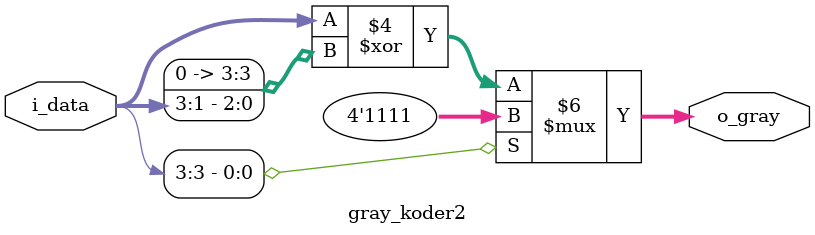
<source format=sv>
module gray_koder2 (i_data, o_gray);

    parameter LEN = 4;
    input  logic signed [LEN-1:0] i_data;
    output logic signed [LEN-1:0] o_gray;

    always @(*)
    begin
        if (i_data[LEN-1] == 1) begin // zwrocenie kodu bledu jezeli liczba na wejsciu jest ujemna
            o_gray = '1;
        end else
        begin
            o_gray  = i_data ^ (i_data >> 1);
        end
    end

endmodule
</source>
